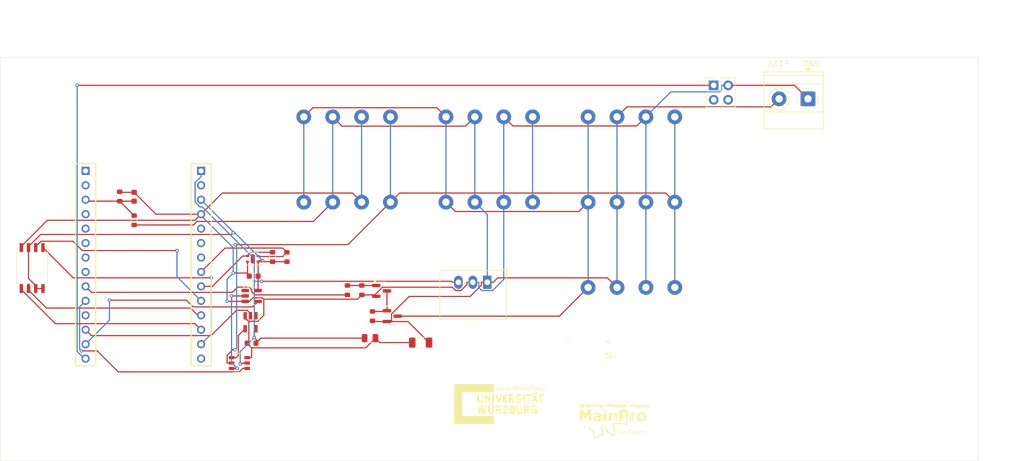
<source format=kicad_pcb>
(kicad_pcb (version 20241229) (generator "pcbnew") (generator_version "9.0")
  (title_block (title "Ryujin_v2") (date "2025-03-14") (rev "1") (company "Julius-Maximilians-Universität Würzburg") (comment 4 "AISLER Project ID: GDSFGNFL"))
  (layers (0 "F.Cu" signal) (2 "B.Cu" signal) (13 "F.Paste" user) (15 "B.Paste" user) (5 "F.SilkS" user "F.Silkscreen") (7 "B.SilkS" user "B.Silkscreen") (1 "F.Mask" user) (3 "B.Mask" user) (25 "Edge.Cuts" user))
  (net 0 "")
  (net 1 "/SCL")
  (net 2 "/SDA")
  (net 3 "+12V")
  (net 4 "GND")
  (net 6 "/A1")
  (net 7 "+5V")
  (net 8 "+3.3V")
  (net 13 "/D1")
  (net 14 "LINE")
  (net 16 "/D0")
  (net 18 "/COPI")
  (net 19 "/D5")
  (net 20 "/SCK")
  (net 21 "/D7")
  (net 22 "/CIPO")
  (net 23 "/TX")
  (net 28 "/RX")
  (net 29 "Net-(J4-~D6)")
  (net 30 "Net-(U3-S1)")
  (net 31 "Net-(U3-S2)")
  (net 38 "VBUS")
  (net 39 "Net-(Q1-G)")
  (net 40 "Net-(Q2-G)")
  (footprint "footprints:SDI_Connector" (layer "F.Cu") (at 128.5 44)
    (property "Reference" "J11" (hide yes))
    (property "Value" "Conn_01x04_Pin")
    (pad "1" thru_hole circle (at -7.62 0) (size 2.6 2.6) (drill 1.3) (layers "*.Cu" "*.Mask") (net 38 "VBUS"))
    (pad "2" thru_hole circle (at -2.54 0) (size 2.6 2.6) (drill 1.3) (layers "*.Cu" "*.Mask") (net 3 "+12V"))
    (pad "3" thru_hole circle (at 2.54 0) (size 2.6 2.6) (drill 1.3) (layers "*.Cu" "*.Mask") (net 4 "GND"))
    (pad "4" thru_hole circle (at 7.62 0) (size 2.6 2.6) (drill 1.3) (layers "*.Cu" "*.Mask") (net 14 "LINE"))
  )
  (footprint "Capacitor_SMD:C_0603_1608Metric" (layer "F.Cu") (at 61.6875 68.805 180)
    (property "Reference" "C4" (hide yes))
    (property "Value" "0.1uF")
    (pad "1" smd roundrect (at -0.775 0 180) (size 0.9 0.95) (layers "F.Cu" "F.Mask" "F.Paste") (net 7 "+5V"))
    (pad "2" smd roundrect (at 0.775 0 180) (size 0.9 0.95) (layers "F.Cu" "F.Mask" "F.Paste") (net 4 "GND"))
  )
  (footprint "footprints:SDI_Connector" (layer "F.Cu") (at 78.5 29)
    (property "Reference" "J6" (hide yes))
    (property "Value" "Conn_01x04_Pin")
    (pad "1" thru_hole circle (at -7.62 0) (size 2.6 2.6) (drill 1.3) (layers "*.Cu" "*.Mask") (net 38 "VBUS"))
    (pad "2" thru_hole circle (at -2.54 0) (size 2.6 2.6) (drill 1.3) (layers "*.Cu" "*.Mask") (net 3 "+12V"))
    (pad "3" thru_hole circle (at 2.54 0) (size 2.6 2.6) (drill 1.3) (layers "*.Cu" "*.Mask") (net 4 "GND"))
    (pad "4" thru_hole circle (at 7.62 0) (size 2.6 2.6) (drill 1.3) (layers "*.Cu" "*.Mask") (net 14 "LINE"))
  )
  (footprint "Package_TO_SOT_SMD:SOT-23" (layer "F.Cu") (at 86.4375 64.05)
    (property "Reference" "Q1" (hide yes))
    (property "Value" "IRLML5203")
    (pad "1" smd roundrect (at -0.9375 -0.95) (size 1.475 0.6) (layers "F.Cu" "F.Mask" "F.Paste") (net 39 "Net-(Q1-G)"))
    (pad "2" smd roundrect (at -0.9375 0.95) (size 1.475 0.6) (layers "F.Cu" "F.Mask" "F.Paste") (net 3 "+12V"))
    (pad "3" smd roundrect (at 0.9375 0) (size 1.475 0.6) (layers "F.Cu" "F.Mask" "F.Paste") (net 38 "VBUS"))
  )
  (footprint "Resistor_SMD:R_0603_1608Metric" (layer "F.Cu") (at 82.96 64.05 -90)
    (property "Reference" "R8" (hide yes))
    (property "Value" "12k7")
    (pad "1" smd roundrect (at -0.825 0 270) (size 0.8 0.95) (layers "F.Cu" "F.Mask" "F.Paste") (net 39 "Net-(Q1-G)"))
    (pad "2" smd roundrect (at 0.825 0 270) (size 0.8 0.95) (layers "F.Cu" "F.Mask" "F.Paste") (net 3 "+12V"))
  )
  (footprint "Resistor_SMD:R_0603_1608Metric" (layer "F.Cu") (at 65.3775 53.645 -90)
    (property "Reference" "R7" (hide yes))
    (property "Value" "10k")
    (pad "1" smd roundrect (at -0.825 0 270) (size 0.8 0.95) (layers "F.Cu" "F.Mask" "F.Paste") (net 2 "/SDA"))
    (pad "2" smd roundrect (at 0.825 0 270) (size 0.8 0.95) (layers "F.Cu" "F.Mask" "F.Paste") (net 8 "+3.3V"))
  )
  (footprint "Package_TO_SOT_SMD:SOT-23-5" (layer "F.Cu") (at 61.5125 65.1275 -90)
    (property "Reference" "U2" (hide yes))
    (property "Value" "74AHCT1G14")
    (pad "1" smd roundrect (at -1.1375 -0.95 270) (size 1.325 0.6) (layers "F.Cu" "F.Mask" "F.Paste"))
    (pad "2" smd roundrect (at -1.1375 0 270) (size 1.325 0.6) (layers "F.Cu" "F.Mask" "F.Paste") (net 23 "/TX"))
    (pad "3" smd roundrect (at -1.1375 0.95 270) (size 1.325 0.6) (layers "F.Cu" "F.Mask" "F.Paste") (net 4 "GND"))
    (pad "4" smd roundrect (at 1.1375 0.95 270) (size 1.325 0.6) (layers "F.Cu" "F.Mask" "F.Paste") (net 30 "Net-(U3-S1)"))
    (pad "5" smd roundrect (at 1.1375 -0.95 270) (size 1.325 0.6) (layers "F.Cu" "F.Mask" "F.Paste") (net 7 "+5V"))
  )
  (footprint "footprints:65342372" (layer "F.Cu") (at 32.5 38.5 90)
    (property "Reference" "J3" (hide yes))
    (property "Value" "Conn_01x14_Socket" (hide yes))
    (pad "1" thru_hole rect (at 0 0 90) (size 1.43 1.43) (drill 0.88) (layers "*.Cu" "*.Mask"))
    (pad "2" thru_hole circle (at -2.54 0 90) (size 1.43 1.43) (drill 0.88) (layers "*.Cu" "*.Mask"))
    (pad "3" thru_hole circle (at -5.08 0 90) (size 1.43 1.43) (drill 0.88) (layers "*.Cu" "*.Mask") (net 6 "/A1"))
    (pad "4" thru_hole circle (at -7.62 0 90) (size 1.43 1.43) (drill 0.88) (layers "*.Cu" "*.Mask"))
    (pad "5" thru_hole circle (at -10.16 0 90) (size 1.43 1.43) (drill 0.88) (layers "*.Cu" "*.Mask"))
    (pad "6" thru_hole circle (at -12.7 0 90) (size 1.43 1.43) (drill 0.88) (layers "*.Cu" "*.Mask"))
    (pad "7" thru_hole circle (at -15.24 0 90) (size 1.43 1.43) (drill 0.88) (layers "*.Cu" "*.Mask"))
    (pad "8" thru_hole circle (at -17.78 0 90) (size 1.43 1.43) (drill 0.88) (layers "*.Cu" "*.Mask"))
    (pad "9" thru_hole circle (at -20.32 0 90) (size 1.43 1.43) (drill 0.88) (layers "*.Cu" "*.Mask") (net 16 "/D0"))
    (pad "10" thru_hole circle (at -22.86 0 90) (size 1.43 1.43) (drill 0.88) (layers "*.Cu" "*.Mask") (net 13 "/D1"))
    (pad "11" thru_hole circle (at -25.4 0 90) (size 1.43 1.43) (drill 0.88) (layers "*.Cu" "*.Mask"))
    (pad "12" thru_hole circle (at -27.94 0 90) (size 1.43 1.43) (drill 0.88) (layers "*.Cu" "*.Mask") (net 23 "/TX"))
    (pad "13" thru_hole circle (at -30.48 0 90) (size 1.43 1.43) (drill 0.88) (layers "*.Cu" "*.Mask") (net 28 "/RX"))
    (pad "14" thru_hole circle (at -33.02 0 90) (size 1.43 1.43) (drill 0.88) (layers "*.Cu" "*.Mask") (net 19 "/D5"))
  )
  (footprint "Package_TO_SOT_SMD:SOT-23" (layer "F.Cu") (at 84.5625 59.61)
    (property "Reference" "Q2" (hide yes))
    (property "Value" "IRLML6244")
    (pad "1" smd roundrect (at -0.9375 -0.95) (size 1.475 0.6) (layers "F.Cu" "F.Mask" "F.Paste") (net 40 "Net-(Q2-G)"))
    (pad "2" smd roundrect (at -0.9375 0.95) (size 1.475 0.6) (layers "F.Cu" "F.Mask" "F.Paste") (net 4 "GND"))
    (pad "3" smd roundrect (at 0.9375 0) (size 1.475 0.6) (layers "F.Cu" "F.Mask" "F.Paste") (net 39 "Net-(Q1-G)"))
  )
  (footprint "footprints:SDI_Connector" (layer "F.Cu") (at 128.5 59)
    (property "Reference" "J12" (hide yes))
    (property "Value" "Conn_01x04_Pin")
    (pad "1" thru_hole circle (at -7.62 0) (size 2.6 2.6) (drill 1.3) (layers "*.Cu" "*.Mask") (net 38 "VBUS"))
    (pad "2" thru_hole circle (at -2.54 0) (size 2.6 2.6) (drill 1.3) (layers "*.Cu" "*.Mask") (net 3 "+12V"))
    (pad "3" thru_hole circle (at 2.54 0) (size 2.6 2.6) (drill 1.3) (layers "*.Cu" "*.Mask") (net 4 "GND"))
    (pad "4" thru_hole circle (at 7.62 0) (size 2.6 2.6) (drill 1.3) (layers "*.Cu" "*.Mask") (net 14 "LINE"))
  )
  (footprint "Capacitor_SMD:C_1206_3216Metric" (layer "F.Cu") (at 91.425 68.7 180)
    (property "Reference" "C1" (hide yes))
    (property "Value" "10uF")
    (pad "1" smd roundrect (at -1.475 0 180) (size 1.15 1.8) (layers "F.Cu" "F.Mask" "F.Paste") (roundrect_rratio 0.217391) (net 3 "+12V"))
    (pad "2" smd roundrect (at 1.475 0 180) (size 1.15 1.8) (layers "F.Cu" "F.Mask" "F.Paste") (roundrect_rratio 0.217391) (net 4 "GND"))
  )
  (footprint "Connector_PinHeader_2.54mm:PinHeader_2x02_P2.54mm_Vertical" (layer "F.Cu") (at 142.96 23.46)
    (property "Reference" "J2" (hide yes))
    (property "Value" "Conn_02x02_Odd_Even")
    (pad "1" thru_hole rect (at 0 0) (size 1.7 1.7) (drill 1) (layers "*.Cu" "*.Mask") (net 19 "/D5"))
    (pad "2" thru_hole oval (at 2.54 0) (size 1.7 1.7) (drill 1) (layers "*.Cu" "*.Mask") (net 4 "GND"))
    (pad "3" thru_hole oval (at 0 2.54) (size 1.7 1.7) (drill 1) (layers "*.Cu" "*.Mask"))
    (pad "4" thru_hole oval (at 2.54 2.54) (size 1.7 1.7) (drill 1) (layers "*.Cu" "*.Mask"))
  )
  (footprint "footprints:SDI_Connector" (layer "F.Cu") (at 78.5 44)
    (property "Reference" "J9" (hide yes))
    (property "Value" "Conn_01x04_Pin")
    (pad "1" thru_hole circle (at -7.62 0) (size 2.6 2.6) (drill 1.3) (layers "*.Cu" "*.Mask") (net 38 "VBUS"))
    (pad "2" thru_hole circle (at -2.54 0) (size 2.6 2.6) (drill 1.3) (layers "*.Cu" "*.Mask") (net 3 "+12V"))
    (pad "3" thru_hole circle (at 2.54 0) (size 2.6 2.6) (drill 1.3) (layers "*.Cu" "*.Mask") (net 4 "GND"))
    (pad "4" thru_hole circle (at 7.62 0) (size 2.6 2.6) (drill 1.3) (layers "*.Cu" "*.Mask") (net 14 "LINE"))
  )
  (footprint "Capacitor_SMD:C_0603_1608Metric" (layer "F.Cu") (at 62.0625 57.01 180)
    (property "Reference" "C6" (hide yes))
    (property "Value" "0.1uF")
    (pad "1" smd roundrect (at -0.775 0 180) (size 0.9 0.95) (layers "F.Cu" "F.Mask" "F.Paste") (net 8 "+3.3V"))
    (pad "2" smd roundrect (at 0.775 0 180) (size 0.9 0.95) (layers "F.Cu" "F.Mask" "F.Paste") (net 4 "GND"))
  )
  (footprint "footprints:SDI_Connector" (layer "F.Cu") (at 103.5 29)
    (property "Reference" "J7" (hide yes))
    (property "Value" "Conn_01x04_Pin")
    (pad "1" thru_hole circle (at -7.62 0) (size 2.6 2.6) (drill 1.3) (layers "*.Cu" "*.Mask") (net 38 "VBUS"))
    (pad "2" thru_hole circle (at -2.54 0) (size 2.6 2.6) (drill 1.3) (layers "*.Cu" "*.Mask") (net 3 "+12V"))
    (pad "3" thru_hole circle (at 2.54 0) (size 2.6 2.6) (drill 1.3) (layers "*.Cu" "*.Mask") (net 4 "GND"))
    (pad "4" thru_hole circle (at 7.62 0) (size 2.6 2.6) (drill 1.3) (layers "*.Cu" "*.Mask") (net 14 "LINE"))
  )
  (footprint "Resistor_SMD:R_0603_1608Metric" (layer "F.Cu") (at 81.085 59.485 90)
    (property "Reference" "R9" (hide yes))
    (property "Value" "33k")
    (pad "1" smd roundrect (at -0.825 0 90) (size 0.8 0.95) (layers "F.Cu" "F.Mask" "F.Paste") (net 4 "GND"))
    (pad "2" smd roundrect (at 0.825 0 90) (size 0.8 0.95) (layers "F.Cu" "F.Mask" "F.Paste") (net 40 "Net-(Q2-G)"))
  )
  (footprint "LOGO" (layer "F.Cu") (at 105.3 79.5)
    (property "Reference" "G2" (hide yes))
    (property "Value" "LOGO" (hide yes))
  )
  (footprint "Capacitor_SMD:C_0603_1608Metric" (layer "F.Cu") (at 41.04 43.05 90)
    (property "Reference" "C3" (hide yes))
    (property "Value" "0.1uF")
    (pad "1" smd roundrect (at -0.775 0 90) (size 0.9 0.95) (layers "F.Cu" "F.Mask" "F.Paste") (net 6 "/A1"))
    (pad "2" smd roundrect (at 0.775 0 90) (size 0.9 0.95) (layers "F.Cu" "F.Mask" "F.Paste") (net 4 "GND"))
  )
  (footprint "Converter_DCDC:Converter_DCDC_RECOM_R-78E-0.5_THT" (layer "F.Cu") (at 103.147 58.0925 180)
    (property "Reference" "U7" (hide yes))
    (property "Value" "R-78E5.0-1.0")
    (pad "1" thru_hole rect (at 0 0 180) (size 1.5 2.3) (drill 1) (layers "*.Cu" "*.Mask") (net 3 "+12V"))
    (pad "2" thru_hole oval (at 2.54 0 180) (size 1.5 2.3) (drill 1) (layers "*.Cu" "*.Mask") (net 4 "GND"))
    (pad "3" thru_hole oval (at 5.08 0 180) (size 1.5 2.3) (drill 1) (layers "*.Cu" "*.Mask") (net 7 "+5V"))
  )
  (footprint "Package_SO:SOIC-8_5.23x5.23mm_P1.27mm" (layer "F.Cu") (at 23.1 55.595 -90)
    (property "Reference" "U5" (hide yes))
    (property "Value" "W25Q32JVSS")
    (pad "1" smd roundrect (at -3.6 -1.905 270) (size 1.6 0.6) (layers "F.Cu" "F.Mask" "F.Paste") (net 21 "/D7"))
    (pad "2" smd roundrect (at -3.6 -0.635 270) (size 1.6 0.6) (layers "F.Cu" "F.Mask" "F.Paste") (net 22 "/CIPO"))
    (pad "3" smd roundrect (at -3.6 0.635 270) (size 1.6 0.6) (layers "F.Cu" "F.Mask" "F.Paste") (net 8 "+3.3V"))
    (pad "4" smd roundrect (at -3.6 1.905 270) (size 1.6 0.6) (layers "F.Cu" "F.Mask" "F.Paste") (net 4 "GND"))
    (pad "5" smd roundrect (at 3.6 1.905 270) (size 1.6 0.6) (layers "F.Cu" "F.Mask" "F.Paste") (net 18 "/COPI"))
    (pad "6" smd roundrect (at 3.6 0.635 270) (size 1.6 0.6) (layers "F.Cu" "F.Mask" "F.Paste") (net 20 "/SCK"))
    (pad "7" smd roundrect (at 3.6 -0.635 270) (size 1.6 0.6) (layers "F.Cu" "F.Mask" "F.Paste") (net 8 "+3.3V"))
    (pad "8" smd roundrect (at 3.6 -1.905 270) (size 1.6 0.6) (layers "F.Cu" "F.Mask" "F.Paste") (net 8 "+3.3V"))
  )
  (footprint "Sensor_Humidity:Sensirion_DFN-4-1EP_2x2mm_P1mm_EP0.7x1.6mm" (layer "F.Cu") (at 61.9125 53.97 180)
    (property "Reference" "U4" (hide yes))
    (property "Value" "SHTC3")
    (pad "1" smd roundrect (at -0.925 -0.5 180) (size 0.55 0.35) (layers "F.Cu" "F.Mask") (net 8 "+3.3V"))
    (pad "2" smd roundrect (at -0.925 0.5 180) (size 0.55 0.35) (layers "F.Cu" "F.Mask") (net 1 "/SCL"))
    (pad "3" smd roundrect (at 0.925 0.5 180) (size 0.55 0.35) (layers "F.Cu" "F.Mask") (net 2 "/SDA"))
    (pad "4" smd roundrect (at 0.925 -0.5 180) (size 0.55 0.35) (layers "F.Cu" "F.Mask") (net 4 "GND"))
    (pad "5" smd roundrect (at 0 0 180) (size 0.7 1.6) (layers "F.Cu" "F.Mask"))
  )
  (footprint "footprints:TMUXDBVR" (layer "F.Cu") (at 59.5473 72.295 180)
    (property "Reference" "U3" (hide yes))
    (property "Value" "TMUX1119DBVR")
    (pad "1" smd rect (at -1.36525 -0.950001 180) (size 0.9779 0.5588) (layers "F.Cu" "F.Mask" "F.Paste") (net 13 "/D1"))
    (pad "2" smd rect (at -1.36525 0 180) (size 0.9779 0.5588) (layers "F.Cu" "F.Mask" "F.Paste") (net 7 "+5V"))
    (pad "3" smd rect (at -1.36525 0.950001 180) (size 0.9779 0.5588) (layers "F.Cu" "F.Mask" "F.Paste") (net 4 "GND"))
    (pad "4" smd rect (at 1.36525 0.950001 180) (size 0.9779 0.5588) (layers "F.Cu" "F.Mask" "F.Paste") (net 30 "Net-(U3-S1)"))
    (pad "5" smd rect (at 1.36525 0 180) (size 0.9779 0.5588) (layers "F.Cu" "F.Mask" "F.Paste") (net 14 "LINE"))
    (pad "6" smd rect (at 1.36525 -0.950001 180) (size 0.9779 0.5588) (layers "F.Cu" "F.Mask" "F.Paste") (net 31 "Net-(U3-S2)"))
  )
  (footprint "Package_TO_SOT_SMD:SOT-23-5" (layer "F.Cu") (at 61.7 60.5)
    (property "Reference" "U1" (hide yes))
    (property "Value" "74LVC1G17")
    (pad "1" smd roundrect (at -1.1375 -0.95) (size 1.325 0.6) (layers "F.Cu" "F.Mask" "F.Paste"))
    (pad "2" smd roundrect (at -1.1375 0) (size 1.325 0.6) (layers "F.Cu" "F.Mask" "F.Paste") (net 31 "Net-(U3-S2)"))
    (pad "3" smd roundrect (at -1.1375 0.95) (size 1.325 0.6) (layers "F.Cu" "F.Mask" "F.Paste") (net 4 "GND"))
    (pad "4" smd roundrect (at 1.1375 0.95) (size 1.325 0.6) (layers "F.Cu" "F.Mask" "F.Paste") (net 28 "/RX"))
    (pad "5" smd roundrect (at 1.1375 -0.95) (size 1.325 0.6) (layers "F.Cu" "F.Mask" "F.Paste") (net 8 "+3.3V"))
  )
  (footprint "footprints:SDI_Connector" (layer "F.Cu") (at 128.5 29)
    (property "Reference" "J8" (hide yes))
    (property "Value" "Conn_01x04_Pin")
    (pad "1" thru_hole circle (at -7.62 0) (size 2.6 2.6) (drill 1.3) (layers "*.Cu" "*.Mask") (net 38 "VBUS"))
    (pad "2" thru_hole circle (at -2.54 0) (size 2.6 2.6) (drill 1.3) (layers "*.Cu" "*.Mask") (net 3 "+12V"))
    (pad "3" thru_hole circle (at 2.54 0) (size 2.6 2.6) (drill 1.3) (layers "*.Cu" "*.Mask") (net 4 "GND"))
    (pad "4" thru_hole circle (at 7.62 0) (size 2.6 2.6) (drill 1.3) (layers "*.Cu" "*.Mask") (net 14 "LINE"))
  )
  (footprint "LOGO" (layer "F.Cu") (at 128.40999 82.469308)
    (property "Reference" "G1" (hide yes))
    (property "Value" "LOGO" (hide yes))
  )
  (footprint "TerminalBlock_Phoenix:TerminalBlock_Phoenix_MKDS-1,5-2-5.08_1x02_P5.08mm_Horizontal" (layer "F.Cu") (at 159.545 25.8275 180)
    (property "Reference" "J1" (hide yes))
    (property "Value" "Screw_Terminal_01x02")
    (pad "1" thru_hole roundrect (at 0 0 180) (size 2.6 2.6) (drill 1.3) (layers "*.Cu" "*.Mask") (roundrect_rratio 0.096154) (net 4 "GND"))
    (pad "2" thru_hole circle (at 5.08 0 180) (size 2.6 2.6) (drill 1.3) (layers "*.Cu" "*.Mask") (net 3 "+12V"))
  )
  (footprint "Resistor_SMD:R_0603_1608Metric" (layer "F.Cu") (at 41.04 47.19 90)
    (property "Reference" "R5" (hide yes))
    (property "Value" "1.2M")
    (pad "1" smd roundrect (at -0.825 0 90) (size 0.8 0.95) (layers "F.Cu" "F.Mask" "F.Paste") (net 3 "+12V"))
    (pad "2" smd roundrect (at 0.825 0 90) (size 0.8 0.95) (layers "F.Cu" "F.Mask" "F.Paste") (net 6 "/A1"))
  )
  (footprint "Resistor_SMD:R_0603_1608Metric" (layer "F.Cu") (at 67.9175 53.645 -90)
    (property "Reference" "R6" (hide yes))
    (property "Value" "10k")
    (pad "1" smd roundrect (at -0.825 0 270) (size 0.8 0.95) (layers "F.Cu" "F.Mask" "F.Paste") (net 1 "/SCL"))
    (pad "2" smd roundrect (at 0.825 0 270) (size 0.8 0.95) (layers "F.Cu" "F.Mask" "F.Paste") (net 8 "+3.3V"))
  )
  (footprint "footprints:SDI_Connector" (layer "F.Cu") (at 103.5 44)
    (property "Reference" "J10" (hide yes))
    (property "Value" "Conn_01x04_Pin")
    (pad "1" thru_hole circle (at -7.62 0) (size 2.6 2.6) (drill 1.3) (layers "*.Cu" "*.Mask") (net 38 "VBUS"))
    (pad "2" thru_hole circle (at -2.54 0) (size 2.6 2.6) (drill 1.3) (layers "*.Cu" "*.Mask") (net 3 "+12V"))
    (pad "3" thru_hole circle (at 2.54 0) (size 2.6 2.6) (drill 1.3) (layers "*.Cu" "*.Mask") (net 4 "GND"))
    (pad "4" thru_hole circle (at 7.62 0) (size 2.6 2.6) (drill 1.3) (layers "*.Cu" "*.Mask") (net 14 "LINE"))
  )
  (footprint "Resistor_SMD:R_0603_1608Metric" (layer "F.Cu") (at 78.545 59.485 -90)
    (property "Reference" "R10" (hide yes))
    (property "Value" "100")
    (pad "1" smd roundrect (at -0.825 0 270) (size 0.8 0.95) (layers "F.Cu" "F.Mask" "F.Paste") (net 40 "Net-(Q2-G)"))
    (pad "2" smd roundrect (at 0.825 0 270) (size 0.8 0.95) (layers "F.Cu" "F.Mask" "F.Paste") (net 16 "/D0"))
  )
  (footprint "footprints:65342372" (layer "F.Cu") (at 52.815 38.5 90)
    (property "Reference" "J4" (hide yes))
    (property "Value" "Conn_01x14_Socket" (hide yes))
    (pad "1" thru_hole rect (at 0 0 90) (size 1.43 1.43) (drill 0.88) (layers "*.Cu" "*.Mask") (net 7 "+5V"))
    (pad "2" thru_hole circle (at -2.54 0 90) (size 1.43 1.43) (drill 0.88) (layers "*.Cu" "*.Mask"))
    (pad "3" thru_hole circle (at -5.08 0 90) (size 1.43 1.43) (drill 0.88) (layers "*.Cu" "*.Mask") (net 8 "+3.3V"))
    (pad "4" thru_hole circle (at -7.62 0 90) (size 1.43 1.43) (drill 0.88) (layers "*.Cu" "*.Mask") (net 4 "GND"))
    (pad "5" thru_hole circle (at -10.16 0 90) (size 1.43 1.43) (drill 0.88) (layers "*.Cu" "*.Mask"))
    (pad "6" thru_hole circle (at -12.7 0 90) (size 1.43 1.43) (drill 0.88) (layers "*.Cu" "*.Mask"))
    (pad "7" thru_hole circle (at -15.24 0 90) (size 1.43 1.43) (drill 0.88) (layers "*.Cu" "*.Mask"))
    (pad "8" thru_hole circle (at -17.78 0 90) (size 1.43 1.43) (drill 0.88) (layers "*.Cu" "*.Mask") (net 1 "/SCL"))
    (pad "9" thru_hole circle (at -20.32 0 90) (size 1.43 1.43) (drill 0.88) (layers "*.Cu" "*.Mask") (net 2 "/SDA"))
    (pad "10" thru_hole circle (at -22.86 0 90) (size 1.43 1.43) (drill 0.88) (layers "*.Cu" "*.Mask") (net 22 "/CIPO"))
    (pad "11" thru_hole circle (at -25.4 0 90) (size 1.43 1.43) (drill 0.88) (layers "*.Cu" "*.Mask") (net 20 "/SCK"))
    (pad "12" thru_hole circle (at -27.94 0 90) (size 1.43 1.43) (drill 0.88) (layers "*.Cu" "*.Mask") (net 18 "/COPI"))
    (pad "13" thru_hole circle (at -30.48 0 90) (size 1.43 1.43) (drill 0.88) (layers "*.Cu" "*.Mask") (net 21 "/D7"))
    (pad "14" thru_hole circle (at -33.02 0 90) (size 1.43 1.43) (drill 0.88) (layers "*.Cu" "*.Mask") (net 29 "Net-(J4-~D6)"))
  )
  (footprint "Capacitor_SMD:C_0805_2012Metric" (layer "F.Cu") (at 82.5275 67.9165)
    (property "Reference" "C2" (hide yes))
    (property "Value" "10uF")
    (pad "1" smd roundrect (at -0.95 0) (size 1 1.45) (layers "F.Cu" "F.Mask" "F.Paste") (net 7 "+5V"))
    (pad "2" smd roundrect (at 0.95 0) (size 1 1.45) (layers "F.Cu" "F.Mask" "F.Paste") (net 4 "GND"))
  )
  (footprint "Resistor_SMD:R_0603_1608Metric" (layer "F.Cu") (at 38.5 43 90)
    (property "Reference" "R4" (hide yes))
    (property "Value" "330k")
    (pad "1" smd roundrect (at -0.825 0 90) (size 0.8 0.95) (layers "F.Cu" "F.Mask" "F.Paste") (net 6 "/A1"))
    (pad "2" smd roundrect (at 0.825 0 90) (size 0.8 0.95) (layers "F.Cu" "F.Mask" "F.Paste") (net 4 "GND"))
  )
  (gr_rect (start 17.5 18.5) (end 189.5 89.5) (stroke (width 0.05)) (fill no) (layer "Edge.Cuts"))
  (gr_text "∅" (at 124.5 71 90) (layer "F.SilkS") (effects (font (size 1 1) (thickness 0.1))))
  (gr_text "GND" (at 160.165 19.645 180) (layer "F.SilkS") (effects (font (size 1 1) (thickness 0.1))))
  (gr_text "<" (at 124.5 68.46 0) (layer "F.SilkS") (effects (font (size 1 1) (thickness 0.1))))
  (gr_text "+12V" (at 154.465 19.645 180) (layer "F.SilkS") (effects (font (size 1 1) (thickness 0.1))))
  (gr_text "-" (at 117.4 68.46 0) (layer "F.SilkS") (effects (font (size 1 1) (thickness 0.1))))
  (segment (start 67.18 53.5575) (end 67.9175 52.82) (width 0.2) (layer "F.Cu") (net 1))
  (segment (start 62.925 53.5575) (end 67.18 53.5575) (width 0.2) (layer "F.Cu") (net 1))
  (segment (start 62.8375 53.47) (end 62.925 53.5575) (width 0.2) (layer "F.Cu") (net 1))
  (segment (start 57.0164 52.0786) (end 52.815 56.28) (width 0.2) (layer "F.Cu") (net 1))
  (segment (start 67.1761 52.0786) (end 57.0164 52.0786) (width 0.2) (layer "F.Cu") (net 1))
  (segment (start 67.9175 52.82) (end 67.1761 52.0786) (width 0.2) (layer "F.Cu") (net 1))
  (segment (start 60.1394 53.47) (end 54.7894 58.82) (width 0.2) (layer "F.Cu") (net 2))
  (segment (start 60.9875 53.3451) (end 60.9875 53.47) (width 0.2) (layer "F.Cu") (net 2))
  (segment (start 60.9875 53.47) (end 60.1394 53.47) (width 0.2) (layer "F.Cu") (net 2))
  (segment (start 61.5126 52.82) (end 60.9875 53.3451) (width 0.2) (layer "F.Cu") (net 2))
  (segment (start 54.7894 58.82) (end 52.815 58.82) (width 0.2) (layer "F.Cu") (net 2))
  (segment (start 65.3775 52.82) (end 61.5126 52.82) (width 0.2) (layer "F.Cu") (net 2))
  (segment (start 89.2 65) (end 86.3168 65) (width 0.2) (layer "F.Cu") (net 3))
  (segment (start 102.6212 58.0925) (end 103.147 58.0925) (width 0.2) (layer "F.Cu") (net 3))
  (segment (start 100.1338 60.5798) (end 102.0953 58.6183) (width 0.2) (layer "F.Cu") (net 3))
  (segment (start 89.4077 60.5798) (end 100.1338 60.5798) (width 0.2) (layer "F.Cu") (net 3))
  (segment (start 83.085 65) (end 85.5 65) (width 0.2) (layer "F.Cu") (net 3))
  (segment (start 153.0517 27.2408) (end 127.7192 27.2408) (width 0.2) (layer "F.Cu") (net 3))
  (segment (start 104.1987 58.0925) (end 104.9714 57.3198) (width 0.2) (layer "F.Cu") (net 3))
  (segment (start 127.7192 27.2408) (end 125.96 29) (width 0.2) (layer "F.Cu") (net 3))
  (segment (start 86.3168 65) (end 86.3168 63.6707) (width 0.2) (layer "F.Cu") (net 3))
  (segment (start 103.147 58.0925) (end 104.1987 58.0925) (width 0.2) (layer "F.Cu") (net 3))
  (segment (start 104.9714 57.3198) (end 124.2798 57.3198) (width 0.2) (layer "F.Cu") (net 3))
  (segment (start 86.3168 63.6707) (end 89.4077 60.5798) (width 0.2) (layer "F.Cu") (net 3))
  (segment (start 154.465 25.8275) (end 153.0517 27.2408) (width 0.2) (layer "F.Cu") (net 3))
  (segment (start 51.4859 48.015) (end 52.1109 47.39) (width 0.2) (layer "F.Cu") (net 3))
  (segment (start 99.3229 30.6371) (end 77.5971 30.6371) (width 0.2) (layer "F.Cu") (net 3))
  (segment (start 82.96 64.875) (end 83.085 65) (width 0.2) (layer "F.Cu") (net 3))
  (segment (start 77.5971 30.6371) (end 75.96 29) (width 0.2) (layer "F.Cu") (net 3))
  (segment (start 102.0953 58.6183) (end 102.0953 58.0925) (width 0.2) (layer "F.Cu") (net 3))
  (segment (start 72.57 47.39) (end 75.96 44) (width 0.2) (layer "F.Cu") (net 3))
  (segment (start 100.96 29) (end 99.3229 30.6371) (width 0.2) (layer "F.Cu") (net 3))
  (segment (start 41.04 48.015) (end 51.4859 48.015) (width 0.2) (layer "F.Cu") (net 3))
  (segment (start 102.6212 58.0925) (end 102.0953 58.0925) (width 0.2) (layer "F.Cu") (net 3))
  (segment (start 92.9 68.7) (end 89.2 65) (width 0.2) (layer "F.Cu") (net 3))
  (segment (start 124.2798 57.3198) (end 125.96 59) (width 0.2) (layer "F.Cu") (net 3))
  (segment (start 86.3168 65) (end 85.5 65) (width 0.2) (layer "F.Cu") (net 3))
  (segment (start 52.1109 47.39) (end 72.57 47.39) (width 0.2) (layer "F.Cu") (net 3))
  (segment (start 103.147 58.0925) (end 103.147 46.187) (width 0.2) (layer "B.Cu") (net 3))
  (segment (start 75.96 44) (end 75.96 29) (width 0.2) (layer "B.Cu") (net 3))
  (segment (start 125.96 29) (end 125.96 44) (width 0.2) (layer "B.Cu") (net 3))
  (segment (start 125.96 59) (end 125.96 44) (width 0.2) (layer "B.Cu") (net 3))
  (segment (start 100.96 44) (end 100.96 29) (width 0.2) (layer "B.Cu") (net 3))
  (segment (start 103.147 46.187) (end 100.96 44) (width 0.2) (layer "B.Cu") (net 3))
  (segment (start 61.3144 61.45) (end 60.5625 61.45) (width 0.2) (layer "F.Cu") (net 4))
  (segment (start 83.3625 60.31) (end 84.7108 58.9617) (width 0.2) (layer "F.Cu") (net 4))
  (segment (start 61.212 68.5055) (end 61.212 65.0275) (width 0.2) (layer "F.Cu") (net 4))
  (segment (start 52.815 46.12) (end 52.8129 46.12) (width 0.2) (layer "F.Cu") (net 4))
  (segment (start 157.1775 23.46) (end 145.5 23.46) (width 0.2) (layer "F.Cu") (net 4))
  (segment (start 41.04 42.275) (end 44.885 46.12) (width 0.2) (layer "F.Cu") (net 4))
  (segment (start 61.212 65.0275) (end 60.5625 64.378) (width 0.2) (layer "F.Cu") (net 4))
  (segment (start 61.7031 71.345) (end 61.7031 69.6235) (width 0.2) (layer "F.Cu") (net 4))
  (segment (start 52.8129 46.12) (end 51.7429 47.19) (width 0.2) (layer "F.Cu") (net 4))
  (segment (start 60.9125 68.8329) (end 61.7031 69.6235) (width 0.2) (layer "F.Cu") (net 4))
  (segment (start 41.04 42.275) (end 38.6 42.275) (width 0.2) (layer "F.Cu") (net 4))
  (segment (start 61.7031 69.6235) (end 81.7705 69.6235) (width 0.2) (layer "F.Cu") (net 4))
  (segment (start 99.5553 58.5104) (end 99.5553 58.0925) (width 0.2) (layer "F.Cu") (net 4))
  (segment (start 81.04 44) (end 79.4383 42.3983) (width 0.2) (layer "F.Cu") (net 4))
  (segment (start 83.4775 67.9165) (end 84.261 68.7) (width 0.2) (layer "F.Cu") (net 4))
  (segment (start 98.5185 59.5472) (end 99.5553 58.5104) (width 0.2) (layer "F.Cu") (net 4))
  (segment (start 60.9875 56.4663) (end 60.9875 56.71) (width 0.2) (layer "F.Cu") (net 4))
  (segment (start 60.9875 54.47) (end 60.9875 56.4663) (width 0.2) (layer "F.Cu") (net 4))
  (segment (start 51.7429 47.19) (end 25.781 47.19) (width 0.2) (layer "F.Cu") (net 4))
  (segment (start 61.9367 60.8277) (end 61.3144 61.45) (width 0.2) (layer "F.Cu") (net 4))
  (segment (start 81.085 60.31) (end 80.3301 61.0649) (width 0.2) (layer "F.Cu") (net 4))
  (segment (start 62.7999 64.9548) (end 63.8405 63.9142) (width 0.2) (layer "F.Cu") (net 4))
  (segment (start 56.5367 42.3983) (end 52.815 46.12) (width 0.2) (layer "F.Cu") (net 4))
  (segment (start 84.261 68.7) (end 89.95 68.7) (width 0.2) (layer "F.Cu") (net 4))
  (segment (start 63.6033 60.8277) (end 61.9367 60.8277) (width 0.2) (layer "F.Cu") (net 4))
  (segment (start 79.4383 42.3983) (end 56.5367 42.3983) (width 0.2) (layer "F.Cu") (net 4))
  (segment (start 25.781 47.19) (end 21.195 51.776) (width 0.2) (layer "F.Cu") (net 4))
  (segment (start 129.4346 30.6054) (end 107.6454 30.6054) (width 0.2) (layer "F.Cu") (net 4))
  (segment (start 159.545 25.8275) (end 157.1775 23.46) (width 0.2) (layer "F.Cu") (net 4))
  (segment (start 63.8405 63.9142) (end 63.8405 61.0649) (width 0.2) (layer "F.Cu") (net 4))
  (segment (start 97.0012 58.9617) (end 97.5867 59.5472) (width 0.2) (layer "F.Cu") (net 4))
  (segment (start 60.9125 68.805) (end 61.212 68.5055) (width 0.2) (layer "F.Cu") (net 4))
  (segment (start 81.7705 69.6235) (end 83.4775 67.9165) (width 0.2) (layer "F.Cu") (net 4))
  (segment (start 60.5625 64.378) (end 60.5625 63.99) (width 0.2) (layer "F.Cu") (net 4))
  (segment (start 100.607 58.0925) (end 99.5553 58.0925) (width 0.2) (layer "F.Cu") (net 4))
  (segment (start 60.9875 56.4663) (end 58.4644 56.4663) (width 0.2) (layer "F.Cu") (net 4))
  (segment (start 80.3301 61.0649) (end 63.8405 61.0649) (width 0.2) (layer "F.Cu") (net 4))
  (segment (start 44.885 46.12) (end 52.815 46.12) (width 0.2) (layer "F.Cu") (net 4))
  (segment (start 84.7108 58.9617) (end 97.0012 58.9617) (width 0.2) (layer "F.Cu") (net 4))
  (segment (start 82.9754 60.31) (end 83.3625 60.31) (width 0.2) (layer "F.Cu") (net 4))
  (segment (start 82.9754 60.31) (end 81.085 60.31) (width 0.2) (layer "F.Cu") (net 4))
  (segment (start 60.5625 63.99) (end 60.5625 64.3422) (width 0.2) (layer "F.Cu") (net 4))
  (segment (start 131.04 29) (end 129.4346 30.6054) (width 0.2) (layer "F.Cu") (net 4))
  (segment (start 60.5625 64.3422) (end 61.1751 64.9548) (width 0.2) (layer "F.Cu") (net 4))
  (segment (start 38.6 42.275) (end 38.5 42.175) (width 0.2) (layer "F.Cu") (net 4))
  (segment (start 60.9875 56.71) (end 61.2875 57.01) (width 0.2) (layer "F.Cu") (net 4))
  (segment (start 63.8405 61.0649) (end 63.6033 60.8277) (width 0.2) (layer "F.Cu") (net 4))
  (segment (start 60.9125 68.805) (end 60.9125 68.8329) (width 0.2) (layer "F.Cu") (net 4))
  (segment (start 60.9125 71.345) (end 61.7031 71.345) (width 0.2) (layer "F.Cu") (net 4))
  (segment (start 60.5625 61.45) (end 57.3821 61.45) (width 0.2) (layer "F.Cu") (net 4))
  (segment (start 61.1751 64.9548) (end 62.7999 64.9548) (width 0.2) (layer "F.Cu") (net 4))
  (segment (start 21.195 51.776) (end 21.195 51.995) (width 0.2) (layer "F.Cu") (net 4))
  (segment (start 97.5867 59.5472) (end 98.5185 59.5472) (width 0.2) (layer "F.Cu") (net 4))
  (segment (start 83.375 60.31) (end 82.9754 60.31) (width 0.2) (layer "F.Cu") (net 4))
  (segment (start 107.6454 30.6054) (end 106.04 29) (width 0.2) (layer "F.Cu") (net 4))
  (segment (start 83.625 60.56) (end 83.375 60.31) (width 0.2) (layer "F.Cu") (net 4))
  (via (at 57.3821 61.45) (size 0.6) (drill 0.3) (layers "F.Cu" "B.Cu") (net 4))
  (via (at 58.4644 56.4663) (size 0.6) (drill 0.3) (layers "F.Cu" "B.Cu") (net 4))
  (segment (start 57.3821 57.5486) (end 57.3821 61.45) (width 0.2) (layer "B.Cu") (net 4))
  (segment (start 131.04 29) (end 131.04 44) (width 0.2) (layer "B.Cu") (net 4))
  (segment (start 143.9884 24.6117) (end 135.4283 24.6117) (width 0.2) (layer "B.Cu") (net 4))
  (segment (start 106.04 57.5869) (end 104.0827 59.5442) (width 0.2) (layer "B.Cu") (net 4))
  (segment (start 81.04 44) (end 81.04 29) (width 0.2) (layer "B.Cu") (net 4))
  (segment (start 135.4283 24.6117) (end 131.04 29) (width 0.2) (layer "B.Cu") (net 4))
  (segment (start 145.5 23.46) (end 144.3483 23.46) (width 0.2) (layer "B.Cu") (net 4))
  (segment (start 101.6587 59.0363) (end 101.6587 58.0925) (width 0.2) (layer "B.Cu") (net 4))
  (segment (start 100.607 58.0925) (end 101.6587 58.0925) (width 0.2) (layer "B.Cu") (net 4))
  (segment (start 131.04 59) (end 131.04 44) (width 0.2) (layer "B.Cu") (net 4))
  (segment (start 58.4644 56.4663) (end 57.3821 57.5486) (width 0.2) (layer "B.Cu") (net 4))
  (segment (start 106.04 44) (end 106.04 57.5869) (width 0.2) (layer "B.Cu") (net 4))
  (segment (start 106.04 29) (end 106.04 44) (width 0.2) (layer "B.Cu") (net 4))
  (segment (start 58.4644 52.0026) (end 58.4644 56.4663) (width 0.2) (layer "B.Cu") (net 4))
  (segment (start 144.3483 23.46) (end 144.3483 24.2518) (width 0.2) (layer "B.Cu") (net 4))
  (segment (start 52.815 46.12) (end 52.815 46.3532) (width 0.2) (layer "B.Cu") (net 4))
  (segment (start 102.1666 59.5442) (end 101.6587 59.0363) (width 0.2) (layer "B.Cu") (net 4))
  (segment (start 52.815 46.3532) (end 58.4644 52.0026) (width 0.2) (layer "B.Cu") (net 4))
  (segment (start 144.3483 24.2518) (end 143.9884 24.6117) (width 0.2) (layer "B.Cu") (net 4))
  (segment (start 104.0827 59.5442) (end 102.1666 59.5442) (width 0.2) (layer "B.Cu") (net 4))
  (segment (start 41.04 43.825) (end 38.5 43.825) (width 0.2) (layer "F.Cu") (net 6))
  (segment (start 38.5 43.825) (end 32.745 43.825) (width 0.2) (layer "F.Cu") (net 6))
  (segment (start 41.04 46.365) (end 38.5 43.825) (width 0.2) (layer "F.Cu") (net 6))
  (segment (start 32.745 43.825) (end 32.5 43.58) (width 0.2) (layer "F.Cu") (net 6))
  (segment (start 81.5775 67.9165) (end 63.351 67.9165) (width 0.2) (layer "F.Cu") (net 7))
  (segment (start 97.0153 58.0925) (end 96.8412 57.9184) (width 0.2) (layer "F.Cu") (net 7))
  (segment (start 62.8072 68.4603) (end 62.4625 68.805) (width 0.2) (layer "F.Cu") (net 7))
  (segment (start 60.9125 72.295) (end 60.1218 72.295) (width 0.2) (layer "F.Cu") (net 7))
  (segment (start 62.1684 66.5591) (end 62.1684 67.8216) (width 0.2) (layer "F.Cu") (net 7))
  (segment (start 62.4625 66.265) (end 62.1684 66.5591) (width 0.2) (layer "F.Cu") (net 7))
  (segment (start 98.067 58.0925) (end 97.0153 58.0925) (width 0.2) (layer "F.Cu") (net 7))
  (segment (start 59.946 72.4708) (end 59.6964 72.4708) (width 0.2) (layer "F.Cu") (net 7))
  (segment (start 60.1218 72.295) (end 59.946 72.4708) (width 0.2) (layer "F.Cu") (net 7))
  (segment (start 63.351 67.9165) (end 62.8072 68.4603) (width 0.2) (layer "F.Cu") (net 7))
  (segment (start 62.1684 67.8216) (end 62.8072 68.4603) (width 0.2) (layer "F.Cu") (net 7))
  (segment (start 96.8412 57.9184) (end 63.4512 57.9184) (width 0.2) (layer "F.Cu") (net 7))
  (via (at 59.6964 72.4708) (size 0.6) (drill 0.3) (layers "F.Cu" "B.Cu") (net 7))
  (via (at 63.4512 57.9184) (size 0.6) (drill 0.3) (layers "F.Cu" "B.Cu") (net 7))
  (via (at 62.1684 67.8216) (size 0.6) (drill 0.3) (layers "F.Cu" "B.Cu") (net 7))
  (segment (start 62.1684 53.9711) (end 62.1684 57.9184) (width 0.2) (layer "B.Cu") (net 7))
  (segment (start 62.1684 67.8216) (end 62.1684 57.9184) (width 0.2) (layer "B.Cu") (net 7))
  (segment (start 62.1684 57.9184) (end 63.4512 57.9184) (width 0.2) (layer "B.Cu") (net 7))
  (segment (start 62.1684 67.8216) (end 59.6964 70.2936) (width 0.2) (layer "B.Cu") (net 7))
  (segment (start 51.7579 40.5738) (end 51.7579 43.9633) (width 0.2) (layer "B.Cu") (net 7))
  (segment (start 53.0473 44.85) (end 62.1684 53.9711) (width 0.2) (layer "B.Cu") (net 7))
  (segment (start 51.7579 43.9633) (end 52.6446 44.85) (width 0.2) (layer "B.Cu") (net 7))
  (segment (start 52.815 39.5167) (end 51.7579 40.5738) (width 0.2) (layer "B.Cu") (net 7))
  (segment (start 52.6446 44.85) (end 53.0473 44.85) (width 0.2) (layer "B.Cu") (net 7))
  (segment (start 52.815 38.5) (end 52.815 39.5167) (width 0.2) (layer "B.Cu") (net 7))
  (segment (start 59.6964 70.2936) (end 59.6964 72.4708) (width 0.2) (layer "B.Cu") (net 7))
  (segment (start 25.005 59.195) (end 23.735 59.195) (width 0.2) (layer "F.Cu") (net 8))
  (segment (start 62.8375 54.47) (end 63.0373 54.2702) (width 0.2) (layer "F.Cu") (net 8))
  (segment (start 58.1686 49.6865) (end 24.5871 49.6865) (width 0.2) (layer "F.Cu") (net 8))
  (segment (start 22.465 51.8086) (end 22.465 51.995) (width 0.2) (layer "F.Cu") (net 8))
  (segment (start 63.0373 54.2702) (end 63.624 54.2702) (width 0.2) (layer "F.Cu") (net 8))
  (segment (start 23.735 58.695) (end 22.465 57.425) (width 0.2) (layer "F.Cu") (net 8))
  (segment (start 62.8375 54.47) (end 62.8375 57.01) (width 0.2) (layer "F.Cu") (net 8))
  (segment (start 22.465 57.425) (end 22.465 51.995) (width 0.2) (layer "F.Cu") (net 8))
  (segment (start 23.735 59.195) (end 23.735 58.695) (width 0.2) (layer "F.Cu") (net 8))
  (segment (start 62.8375 59.55) (end 62.8375 57.01) (width 0.2) (layer "F.Cu") (net 8))
  (segment (start 67.9175 54.47) (end 65.3775 54.47) (width 0.2) (layer "F.Cu") (net 8))
  (segment (start 24.5871 49.6865) (end 22.465 51.8086) (width 0.2) (layer "F.Cu") (net 8))
  (segment (start 62.8375 54.47) (end 65.3775 54.47) (width 0.2) (layer "F.Cu") (net 8))
  (segment (start 58.4722 49.3829) (end 58.1686 49.6865) (width 0.2) (layer "F.Cu") (net 8))
  (via (at 58.4722 49.3829) (size 0.6) (drill 0.3) (layers "F.Cu" "B.Cu") (net 8))
  (via (at 63.624 54.2702) (size 0.6) (drill 0.3) (layers "F.Cu" "B.Cu") (net 8))
  (segment (start 58.4722 49.3829) (end 58.7367 49.3829) (width 0.2) (layer "B.Cu") (net 8))
  (segment (start 58.4722 49.2372) (end 58.4722 49.3829) (width 0.2) (layer "B.Cu") (net 8))
  (segment (start 58.7367 49.3829) (end 63.624 54.2702) (width 0.2) (layer "B.Cu") (net 8))
  (segment (start 52.815 43.58) (end 58.4722 49.2372) (width 0.2) (layer "B.Cu") (net 8))
  (segment (start 60.1218 73.245) (end 59.5233 73.8435) (width 0.2) (layer "F.Cu") (net 13))
  (segment (start 38.2331 73.8435) (end 34.5508 70.1612) (width 0.2) (layer "F.Cu") (net 13))
  (segment (start 34.5508 70.1612) (end 31.7711 70.1612) (width 0.2) (layer "F.Cu") (net 13))
  (segment (start 59.5233 73.8435) (end 38.2331 73.8435) (width 0.2) (layer "F.Cu") (net 13))
  (segment (start 60.9125 73.245) (end 60.1218 73.245) (width 0.2) (layer "F.Cu") (net 13))
  (via (at 31.7711 70.1612) (size 0.6) (drill 0.3) (layers "F.Cu" "B.Cu") (net 13))
  (segment (start 31.4523 62.4077) (end 32.5 61.36) (width 0.2) (layer "B.Cu") (net 13))
  (segment (start 31.4523 69.8424) (end 31.4523 62.4077) (width 0.2) (layer "B.Cu") (net 13))
  (segment (start 31.7711 70.1612) (end 31.4523 69.8424) (width 0.2) (layer "B.Cu") (net 13))
  (segment (start 134.5168 42.3968) (end 111.12 42.3968) (width 0.2) (layer "F.Cu") (net 14))
  (segment (start 58.182 72.295) (end 57.3913 72.295) (width 0.2) (layer "F.Cu") (net 14))
  (segment (start 57.3913 70.9406) (end 58.3825 69.9494) (width 0.2) (layer "F.Cu") (net 14))
  (segment (start 111.12 42.3968) (end 87.7232 42.3968) (width 0.2) (layer "F.Cu") (net 14))
  (segment (start 136.12 44) (end 134.5168 42.3968) (width 0.2) (layer "F.Cu") (net 14))
  (segment (start 78.6471 51.4729) (end 58.8178 51.4729) (width 0.2) (layer "F.Cu") (net 14))
  (segment (start 111.12 44) (end 111.12 42.3968) (width 0.2) (layer "F.Cu") (net 14))
  (segment (start 57.3913 72.295) (end 57.3913 70.9406) (width 0.2) (layer "F.Cu") (net 14))
  (segment (start 87.7232 42.3968) (end 86.12 44) (width 0.2) (layer "F.Cu") (net 14))
  (segment (start 58.3825 69.9494) (end 58.7718 69.9494) (width 0.2) (layer "F.Cu") (net 14))
  (segment (start 86.12 44) (end 78.6471 51.4729) (width 0.2) (layer "F.Cu") (net 14))
  (via (at 58.7718 69.9494) (size 0.6) (drill 0.3) (layers "F.Cu" "B.Cu") (net 14))
  (via (at 58.8178 51.4729) (size 0.6) (drill 0.3) (layers "F.Cu" "B.Cu") (net 14))
  (segment (start 111.12 44) (end 111.12 29) (width 0.2) (layer "B.Cu") (net 14))
  (segment (start 136.12 59) (end 136.12 44) (width 0.2) (layer "B.Cu") (net 14))
  (segment (start 59.0662 69.655) (end 58.7718 69.9494) (width 0.2) (layer "B.Cu") (net 14))
  (segment (start 136.12 29) (end 136.12 44) (width 0.2) (layer "B.Cu") (net 14))
  (segment (start 59.0662 51.7213) (end 59.0662 69.655) (width 0.2) (layer "B.Cu") (net 14))
  (segment (start 58.8178 51.4729) (end 59.0662 51.7213) (width 0.2) (layer "B.Cu") (net 14))
  (segment (start 86.12 44) (end 86.12 29) (width 0.2) (layer "B.Cu") (net 14))
  (segment (start 62.2732 60.31) (end 78.545 60.31) (width 0.2) (layer "F.Cu") (net 16))
  (segment (start 58.3068 59.8662) (end 59.2288 58.9442) (width 0.2) (layer "F.Cu") (net 16))
  (segment (start 33.5462 59.8662) (end 58.3068 59.8662) (width 0.2) (layer "F.Cu") (net 16))
  (segment (start 59.2288 58.9442) (end 61.285 58.9442) (width 0.2) (layer "F.Cu") (net 16))
  (segment (start 61.7364 59.7732) (end 62.2732 60.31) (width 0.2) (layer "F.Cu") (net 16))
  (segment (start 61.285 58.9442) (end 61.7364 59.3956) (width 0.2) (layer "F.Cu") (net 16))
  (segment (start 32.5 58.82) (end 33.5462 59.8662) (width 0.2) (layer "F.Cu") (net 16))
  (segment (start 61.7364 59.3956) (end 61.7364 59.7732) (width 0.2) (layer "F.Cu") (net 16))
  (segment (start 27.1941 65.37) (end 51.745 65.37) (width 0.2) (layer "F.Cu") (net 18))
  (segment (start 51.745 65.37) (end 52.815 66.44) (width 0.2) (layer "F.Cu") (net 18))
  (segment (start 21.195 59.195) (end 21.195 59.3709) (width 0.2) (layer "F.Cu") (net 18))
  (segment (start 21.195 59.3709) (end 27.1941 65.37) (width 0.2) (layer "F.Cu") (net 18))
  (segment (start 142.96 23.46) (end 31.0196 23.46) (width 0.2) (layer "F.Cu") (net 19))
  (via (at 31.0196 23.46) (size 0.6) (drill 0.3) (layers "F.Cu" "B.Cu") (net 19))
  (segment (start 31.0196 23.46) (end 31.0196 70.2605) (width 0.2) (layer "B.Cu") (net 19))
  (segment (start 31.0196 70.2605) (end 32.2791 71.52) (width 0.2) (layer "B.Cu") (net 19))
  (segment (start 32.2791 71.52) (end 32.5 71.52) (width 0.2) (layer "B.Cu") (net 19))
  (segment (start 25.6248 62.63) (end 50.977 62.63) (width 0.2) (layer "F.Cu") (net 20))
  (segment (start 50.977 62.63) (end 52.247 63.9) (width 0.2) (layer "F.Cu") (net 20))
  (segment (start 22.465 59.4702) (end 25.6248 62.63) (width 0.2) (layer "F.Cu") (net 20))
  (segment (start 22.465 59.195) (end 22.465 59.4702) (width 0.2) (layer "F.Cu") (net 20))
  (segment (start 52.247 63.9) (end 52.815 63.9) (width 0.2) (layer "F.Cu") (net 20))
  (segment (start 25.005 51.995) (end 30.3178 57.3078) (width 0.2) (layer "F.Cu") (net 21))
  (segment (start 30.3178 57.3078) (end 54.5895 57.3078) (width 0.2) (layer "F.Cu") (net 21))
  (via (at 54.5895 57.3078) (size 0.6) (drill 0.3) (layers "F.Cu" "B.Cu") (net 21))
  (segment (start 54.5895 67.2055) (end 54.5895 57.3078) (width 0.2) (layer "B.Cu") (net 21))
  (segment (start 52.815 68.98) (end 54.5895 67.2055) (width 0.2) (layer "B.Cu") (net 21))
  (segment (start 31.9314 52.5162) (end 48.5745 52.5162) (width 0.2) (layer "F.Cu") (net 22))
  (segment (start 23.735 51.8162) (end 24.6724 50.8788) (width 0.2) (layer "F.Cu") (net 22))
  (segment (start 30.294 50.8788) (end 31.9314 52.5162) (width 0.2) (layer "F.Cu") (net 22))
  (segment (start 23.735 51.995) (end 23.735 51.8162) (width 0.2) (layer "F.Cu") (net 22))
  (segment (start 24.6724 50.8788) (end 30.294 50.8788) (width 0.2) (layer "F.Cu") (net 22))
  (via (at 48.5745 52.5162) (size 0.6) (drill 0.3) (layers "F.Cu" "B.Cu") (net 22))
  (segment (start 48.5745 57.1195) (end 52.815 61.36) (width 0.2) (layer "B.Cu") (net 22))
  (segment (start 48.5745 52.5162) (end 48.5745 57.1195) (width 0.2) (layer "B.Cu") (net 22))
  (segment (start 59.023 63.0252) (end 60.9324 63.0252) (width 0.2) (layer "F.Cu") (net 23))
  (segment (start 61.5125 63.6053) (end 61.5125 63.99) (width 0.2) (layer "F.Cu") (net 23))
  (segment (start 60.9324 63.0252) (end 61.5125 63.6053) (width 0.2) (layer "F.Cu") (net 23))
  (segment (start 33.5335 67.4735) (end 54.5747 67.4735) (width 0.2) (layer "F.Cu") (net 23))
  (segment (start 54.5747 67.4735) (end 59.023 63.0252) (width 0.2) (layer "F.Cu") (net 23))
  (segment (start 32.5 66.44) (end 33.5335 67.4735) (width 0.2) (layer "F.Cu") (net 23))
  (segment (start 51.4081 62.4224) (end 50.233 61.2473) (width 0.2) (layer "F.Cu") (net 28))
  (segment (start 62.8375 61.45) (end 61.8651 62.4224) (width 0.2) (layer "F.Cu") (net 28))
  (segment (start 61.8651 62.4224) (end 51.4081 62.4224) (width 0.2) (layer "F.Cu") (net 28))
  (segment (start 50.233 61.2473) (end 36.6985 61.2473) (width 0.2) (layer "F.Cu") (net 28))
  (via (at 36.6985 61.2473) (size 0.6) (drill 0.3) (layers "F.Cu" "B.Cu") (net 28))
  (segment (start 36.6985 64.7815) (end 32.5 68.98) (width 0.2) (layer "B.Cu") (net 28))
  (segment (start 36.6985 61.2473) (end 36.6985 64.7815) (width 0.2) (layer "B.Cu") (net 28))
  (segment (start 58.9726 71.345) (end 59.3735 70.9441) (width 0.2) (layer "F.Cu") (net 30))
  (segment (start 59.3735 67.454) (end 60.5625 66.265) (width 0.2) (layer "F.Cu") (net 30))
  (segment (start 58.182 71.345) (end 58.9726 71.345) (width 0.2) (layer "F.Cu") (net 30))
  (segment (start 59.3735 70.9441) (end 59.3735 67.454) (width 0.2) (layer "F.Cu") (net 30))
  (segment (start 58.9772 73.2404) (end 58.9726 73.245) (width 0.2) (layer "F.Cu") (net 31))
  (segment (start 58.182 73.245) (end 58.9726 73.245) (width 0.2) (layer "F.Cu") (net 31))
  (segment (start 60.5625 60.5) (end 58.1701 60.5) (width 0.2) (layer "F.Cu") (net 31))
  (segment (start 59.1881 73.2404) (end 58.9772 73.2404) (width 0.2) (layer "F.Cu") (net 31))
  (via (at 58.1701 60.5) (size 0.6) (drill 0.3) (layers "F.Cu" "B.Cu") (net 31))
  (via (at 59.1881 73.2404) (size 0.6) (drill 0.3) (layers "F.Cu" "B.Cu") (net 31))
  (segment (start 58.1701 72.2224) (end 58.1701 60.5) (width 0.2) (layer "B.Cu") (net 31))
  (segment (start 59.1881 73.2404) (end 58.1701 72.2224) (width 0.2) (layer "B.Cu") (net 31))
  (segment (start 97.53 45.65) (end 119.23 45.65) (width 0.2) (layer "F.Cu") (net 38))
  (segment (start 87.375 64.05) (end 115.83 64.05) (width 0.2) (layer "F.Cu") (net 38))
  (segment (start 72.4852 27.3948) (end 94.2748 27.3948) (width 0.2) (layer "F.Cu") (net 38))
  (segment (start 70.88 29) (end 72.4852 27.3948) (width 0.2) (layer "F.Cu") (net 38))
  (segment (start 119.23 45.65) (end 120.88 44) (width 0.2) (layer "F.Cu") (net 38))
  (segment (start 115.83 64.05) (end 120.88 59) (width 0.2) (layer "F.Cu") (net 38))
  (segment (start 94.2748 27.3948) (end 95.88 29) (width 0.2) (layer "F.Cu") (net 38))
  (segment (start 95.88 44) (end 97.53 45.65) (width 0.2) (layer "F.Cu") (net 38))
  (segment (start 70.88 44) (end 70.88 29) (width 0.2) (layer "B.Cu") (net 38))
  (segment (start 120.88 29) (end 120.88 44) (width 0.2) (layer "B.Cu") (net 38))
  (segment (start 95.88 44) (end 95.88 29) (width 0.2) (layer "B.Cu") (net 38))
  (segment (start 120.88 59) (end 120.88 44) (width 0.2) (layer "B.Cu") (net 38))
  (segment (start 85.375 63.225) (end 85.5 63.1) (width 0.2) (layer "F.Cu") (net 39))
  (segment (start 82.96 63.225) (end 85.375 63.225) (width 0.2) (layer "F.Cu") (net 39))
  (segment (start 85.5 59.61) (end 85.5 63.1) (width 0.2) (layer "F.Cu") (net 39))
  (segment (start 81.085 58.66) (end 83.625 58.66) (width 0.2) (layer "F.Cu") (net 40))
  (segment (start 78.545 58.66) (end 81.085 58.66) (width 0.2) (layer "F.Cu") (net 40))
)
</source>
